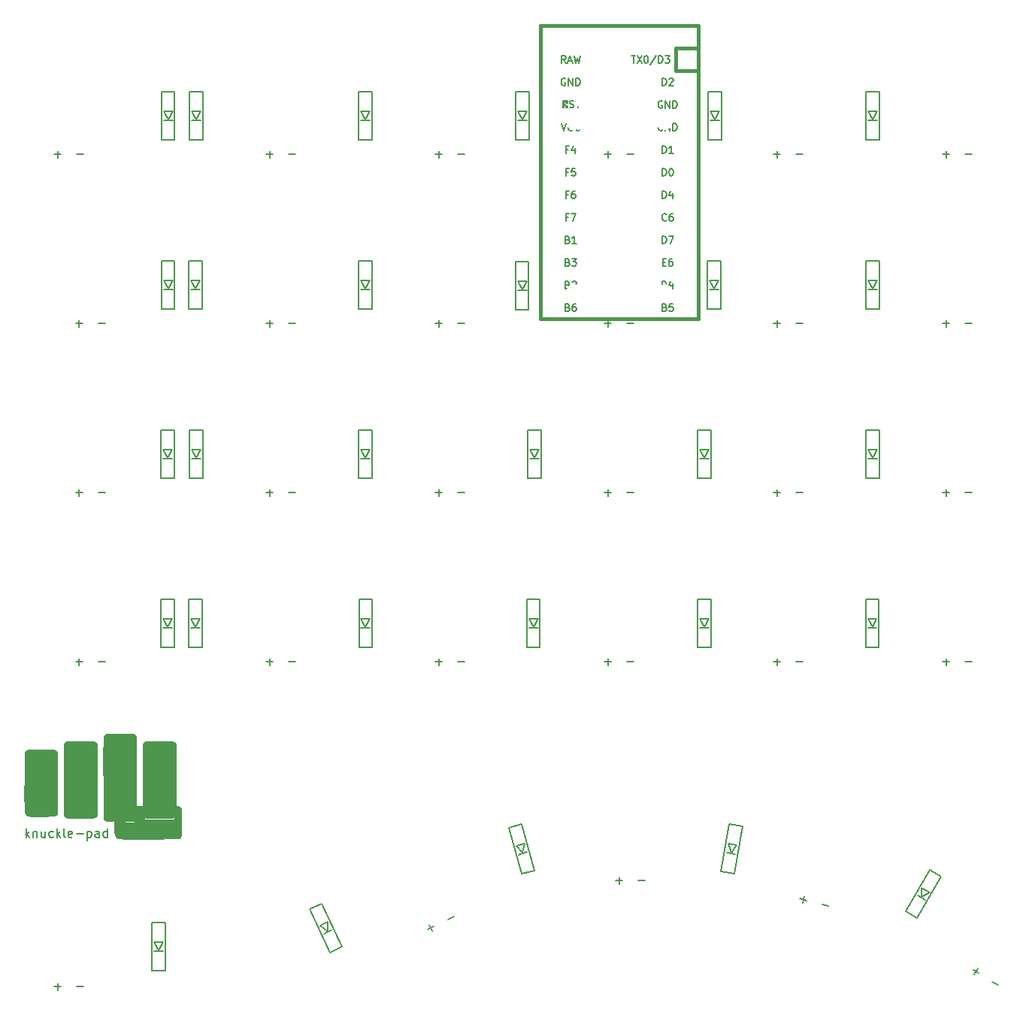
<source format=gto>
%TF.GenerationSoftware,KiCad,Pcbnew,5.1.10-88a1d61d58~90~ubuntu20.04.1*%
%TF.CreationDate,2021-08-22T16:14:45+02:00*%
%TF.ProjectId,knuckle-pad,6b6e7563-6b6c-4652-9d70-61642e6b6963,rev?*%
%TF.SameCoordinates,Original*%
%TF.FileFunction,Legend,Top*%
%TF.FilePolarity,Positive*%
%FSLAX46Y46*%
G04 Gerber Fmt 4.6, Leading zero omitted, Abs format (unit mm)*
G04 Created by KiCad (PCBNEW 5.1.10-88a1d61d58~90~ubuntu20.04.1) date 2021-08-22 16:14:45*
%MOMM*%
%LPD*%
G01*
G04 APERTURE LIST*
%ADD10C,0.150000*%
%ADD11C,0.010000*%
%ADD12C,0.381000*%
%ADD13C,4.000000*%
%ADD14C,1.752600*%
%ADD15R,1.752600X1.752600*%
%ADD16C,1.750000*%
%ADD17C,3.987800*%
%ADD18R,1.905000X1.905000*%
%ADD19C,1.905000*%
%ADD20C,2.250000*%
%ADD21C,2.000000*%
%ADD22C,0.100000*%
%ADD23C,1.397000*%
%ADD24R,0.950000X1.300000*%
%ADD25R,1.397000X1.397000*%
G04 APERTURE END LIST*
D10*
X86106571Y-123896380D02*
X86106571Y-122896380D01*
X86201809Y-123515428D02*
X86487523Y-123896380D01*
X86487523Y-123229714D02*
X86106571Y-123610666D01*
X86916095Y-123229714D02*
X86916095Y-123896380D01*
X86916095Y-123324952D02*
X86963714Y-123277333D01*
X87058952Y-123229714D01*
X87201809Y-123229714D01*
X87297047Y-123277333D01*
X87344666Y-123372571D01*
X87344666Y-123896380D01*
X88249428Y-123229714D02*
X88249428Y-123896380D01*
X87820857Y-123229714D02*
X87820857Y-123753523D01*
X87868476Y-123848761D01*
X87963714Y-123896380D01*
X88106571Y-123896380D01*
X88201809Y-123848761D01*
X88249428Y-123801142D01*
X89154190Y-123848761D02*
X89058952Y-123896380D01*
X88868476Y-123896380D01*
X88773238Y-123848761D01*
X88725619Y-123801142D01*
X88678000Y-123705904D01*
X88678000Y-123420190D01*
X88725619Y-123324952D01*
X88773238Y-123277333D01*
X88868476Y-123229714D01*
X89058952Y-123229714D01*
X89154190Y-123277333D01*
X89582761Y-123896380D02*
X89582761Y-122896380D01*
X89678000Y-123515428D02*
X89963714Y-123896380D01*
X89963714Y-123229714D02*
X89582761Y-123610666D01*
X90535142Y-123896380D02*
X90439904Y-123848761D01*
X90392285Y-123753523D01*
X90392285Y-122896380D01*
X91297047Y-123848761D02*
X91201809Y-123896380D01*
X91011333Y-123896380D01*
X90916095Y-123848761D01*
X90868476Y-123753523D01*
X90868476Y-123372571D01*
X90916095Y-123277333D01*
X91011333Y-123229714D01*
X91201809Y-123229714D01*
X91297047Y-123277333D01*
X91344666Y-123372571D01*
X91344666Y-123467809D01*
X90868476Y-123563047D01*
X91773238Y-123515428D02*
X92535142Y-123515428D01*
X93011333Y-123229714D02*
X93011333Y-124229714D01*
X93011333Y-123277333D02*
X93106571Y-123229714D01*
X93297047Y-123229714D01*
X93392285Y-123277333D01*
X93439904Y-123324952D01*
X93487523Y-123420190D01*
X93487523Y-123705904D01*
X93439904Y-123801142D01*
X93392285Y-123848761D01*
X93297047Y-123896380D01*
X93106571Y-123896380D01*
X93011333Y-123848761D01*
X94344666Y-123896380D02*
X94344666Y-123372571D01*
X94297047Y-123277333D01*
X94201809Y-123229714D01*
X94011333Y-123229714D01*
X93916095Y-123277333D01*
X94344666Y-123848761D02*
X94249428Y-123896380D01*
X94011333Y-123896380D01*
X93916095Y-123848761D01*
X93868476Y-123753523D01*
X93868476Y-123658285D01*
X93916095Y-123563047D01*
X94011333Y-123515428D01*
X94249428Y-123515428D01*
X94344666Y-123467809D01*
X95249428Y-123896380D02*
X95249428Y-122896380D01*
X95249428Y-123848761D02*
X95154190Y-123896380D01*
X94963714Y-123896380D01*
X94868476Y-123848761D01*
X94820857Y-123801142D01*
X94773238Y-123705904D01*
X94773238Y-123420190D01*
X94820857Y-123324952D01*
X94868476Y-123277333D01*
X94963714Y-123229714D01*
X95154190Y-123229714D01*
X95249428Y-123277333D01*
D11*
%TO.C,G\u002A\u002A\u002A*%
G36*
X88272154Y-114014565D02*
G01*
X88644798Y-114016434D01*
X88922922Y-114021241D01*
X89122766Y-114030370D01*
X89260569Y-114045205D01*
X89352572Y-114067132D01*
X89415013Y-114097533D01*
X89464133Y-114137793D01*
X89485611Y-114158888D01*
X89630250Y-114303527D01*
X89630250Y-121217972D01*
X89485733Y-121362611D01*
X89435548Y-121408728D01*
X89377864Y-121444064D01*
X89295931Y-121470289D01*
X89172998Y-121489070D01*
X88992311Y-121502078D01*
X88737120Y-121510981D01*
X88390673Y-121517447D01*
X87936219Y-121523147D01*
X87866483Y-121523939D01*
X87349185Y-121527762D01*
X86946004Y-121525795D01*
X86644166Y-121517532D01*
X86430899Y-121502466D01*
X86293429Y-121480090D01*
X86234251Y-121459188D01*
X86166303Y-121422631D01*
X86108781Y-121382128D01*
X86060870Y-121327512D01*
X86021756Y-121248616D01*
X85990623Y-121135275D01*
X85966655Y-120977321D01*
X85949037Y-120764589D01*
X85936954Y-120486912D01*
X85929591Y-120134123D01*
X85926132Y-119696057D01*
X85925762Y-119162547D01*
X85927666Y-118523426D01*
X85931028Y-117768529D01*
X85931428Y-117683102D01*
X85947250Y-114303454D01*
X86091888Y-114158852D01*
X86140294Y-114113848D01*
X86194918Y-114079307D01*
X86272000Y-114053845D01*
X86387780Y-114036079D01*
X86558499Y-114024623D01*
X86800396Y-114018095D01*
X87129711Y-114015110D01*
X87562685Y-114014285D01*
X87788750Y-114014250D01*
X88272154Y-114014565D01*
G37*
X88272154Y-114014565D02*
X88644798Y-114016434D01*
X88922922Y-114021241D01*
X89122766Y-114030370D01*
X89260569Y-114045205D01*
X89352572Y-114067132D01*
X89415013Y-114097533D01*
X89464133Y-114137793D01*
X89485611Y-114158888D01*
X89630250Y-114303527D01*
X89630250Y-121217972D01*
X89485733Y-121362611D01*
X89435548Y-121408728D01*
X89377864Y-121444064D01*
X89295931Y-121470289D01*
X89172998Y-121489070D01*
X88992311Y-121502078D01*
X88737120Y-121510981D01*
X88390673Y-121517447D01*
X87936219Y-121523147D01*
X87866483Y-121523939D01*
X87349185Y-121527762D01*
X86946004Y-121525795D01*
X86644166Y-121517532D01*
X86430899Y-121502466D01*
X86293429Y-121480090D01*
X86234251Y-121459188D01*
X86166303Y-121422631D01*
X86108781Y-121382128D01*
X86060870Y-121327512D01*
X86021756Y-121248616D01*
X85990623Y-121135275D01*
X85966655Y-120977321D01*
X85949037Y-120764589D01*
X85936954Y-120486912D01*
X85929591Y-120134123D01*
X85926132Y-119696057D01*
X85925762Y-119162547D01*
X85927666Y-118523426D01*
X85931028Y-117768529D01*
X85931428Y-117683102D01*
X85947250Y-114303454D01*
X86091888Y-114158852D01*
X86140294Y-114113848D01*
X86194918Y-114079307D01*
X86272000Y-114053845D01*
X86387780Y-114036079D01*
X86558499Y-114024623D01*
X86800396Y-114018095D01*
X87129711Y-114015110D01*
X87562685Y-114014285D01*
X87788750Y-114014250D01*
X88272154Y-114014565D01*
G36*
X101607154Y-113062065D02*
G01*
X101979798Y-113063934D01*
X102257922Y-113068741D01*
X102457766Y-113077870D01*
X102595569Y-113092705D01*
X102687572Y-113114632D01*
X102750013Y-113145033D01*
X102799133Y-113185293D01*
X102820611Y-113206388D01*
X102965250Y-113351027D01*
X102965250Y-121486720D01*
X102815340Y-121608110D01*
X102759919Y-121646270D01*
X102688983Y-121675515D01*
X102586179Y-121697019D01*
X102435153Y-121711954D01*
X102219553Y-121721495D01*
X101923026Y-121726815D01*
X101529219Y-121729087D01*
X101123749Y-121729500D01*
X100638300Y-121728846D01*
X100263494Y-121726105D01*
X99982979Y-121720101D01*
X99780402Y-121709662D01*
X99639411Y-121693613D01*
X99543652Y-121670783D01*
X99476773Y-121639996D01*
X99432159Y-121608110D01*
X99282250Y-121486720D01*
X99282250Y-113351027D01*
X99426888Y-113206388D01*
X99475288Y-113161373D01*
X99529895Y-113126824D01*
X99606950Y-113101356D01*
X99722692Y-113083584D01*
X99893360Y-113072126D01*
X100135196Y-113065596D01*
X100464438Y-113062611D01*
X100897326Y-113061785D01*
X101123750Y-113061750D01*
X101607154Y-113062065D01*
G37*
X101607154Y-113062065D02*
X101979798Y-113063934D01*
X102257922Y-113068741D01*
X102457766Y-113077870D01*
X102595569Y-113092705D01*
X102687572Y-113114632D01*
X102750013Y-113145033D01*
X102799133Y-113185293D01*
X102820611Y-113206388D01*
X102965250Y-113351027D01*
X102965250Y-121486720D01*
X102815340Y-121608110D01*
X102759919Y-121646270D01*
X102688983Y-121675515D01*
X102586179Y-121697019D01*
X102435153Y-121711954D01*
X102219553Y-121721495D01*
X101923026Y-121726815D01*
X101529219Y-121729087D01*
X101123749Y-121729500D01*
X100638300Y-121728846D01*
X100263494Y-121726105D01*
X99982979Y-121720101D01*
X99780402Y-121709662D01*
X99639411Y-121693613D01*
X99543652Y-121670783D01*
X99476773Y-121639996D01*
X99432159Y-121608110D01*
X99282250Y-121486720D01*
X99282250Y-113351027D01*
X99426888Y-113206388D01*
X99475288Y-113161373D01*
X99529895Y-113126824D01*
X99606950Y-113101356D01*
X99722692Y-113083584D01*
X99893360Y-113072126D01*
X100135196Y-113065596D01*
X100464438Y-113062611D01*
X100897326Y-113061785D01*
X101123750Y-113061750D01*
X101607154Y-113062065D01*
G36*
X92717154Y-113062065D02*
G01*
X93089798Y-113063934D01*
X93367922Y-113068741D01*
X93567766Y-113077870D01*
X93705569Y-113092705D01*
X93797572Y-113114632D01*
X93860013Y-113145033D01*
X93909133Y-113185293D01*
X93930611Y-113206388D01*
X94075250Y-113351027D01*
X94075250Y-121486720D01*
X93925340Y-121608110D01*
X93869919Y-121646270D01*
X93798983Y-121675515D01*
X93696179Y-121697019D01*
X93545153Y-121711954D01*
X93329553Y-121721495D01*
X93033026Y-121726815D01*
X92639219Y-121729087D01*
X92233749Y-121729500D01*
X91748300Y-121728846D01*
X91373494Y-121726105D01*
X91092979Y-121720101D01*
X90890402Y-121709662D01*
X90749411Y-121693613D01*
X90653652Y-121670783D01*
X90586773Y-121639996D01*
X90542159Y-121608110D01*
X90392250Y-121486720D01*
X90392250Y-113351027D01*
X90536888Y-113206388D01*
X90585288Y-113161373D01*
X90639895Y-113126824D01*
X90716950Y-113101356D01*
X90832692Y-113083584D01*
X91003360Y-113072126D01*
X91245196Y-113065596D01*
X91574438Y-113062611D01*
X92007326Y-113061785D01*
X92233750Y-113061750D01*
X92717154Y-113062065D01*
G37*
X92717154Y-113062065D02*
X93089798Y-113063934D01*
X93367922Y-113068741D01*
X93567766Y-113077870D01*
X93705569Y-113092705D01*
X93797572Y-113114632D01*
X93860013Y-113145033D01*
X93909133Y-113185293D01*
X93930611Y-113206388D01*
X94075250Y-113351027D01*
X94075250Y-121486720D01*
X93925340Y-121608110D01*
X93869919Y-121646270D01*
X93798983Y-121675515D01*
X93696179Y-121697019D01*
X93545153Y-121711954D01*
X93329553Y-121721495D01*
X93033026Y-121726815D01*
X92639219Y-121729087D01*
X92233749Y-121729500D01*
X91748300Y-121728846D01*
X91373494Y-121726105D01*
X91092979Y-121720101D01*
X90890402Y-121709662D01*
X90749411Y-121693613D01*
X90653652Y-121670783D01*
X90586773Y-121639996D01*
X90542159Y-121608110D01*
X90392250Y-121486720D01*
X90392250Y-113351027D01*
X90536888Y-113206388D01*
X90585288Y-113161373D01*
X90639895Y-113126824D01*
X90716950Y-113101356D01*
X90832692Y-113083584D01*
X91003360Y-113072126D01*
X91245196Y-113065596D01*
X91574438Y-113062611D01*
X92007326Y-113061785D01*
X92233750Y-113061750D01*
X92717154Y-113062065D01*
G36*
X97164848Y-112205041D02*
G01*
X97539983Y-112207463D01*
X97820188Y-112212962D01*
X98021496Y-112222732D01*
X98159943Y-112237971D01*
X98251561Y-112259874D01*
X98312386Y-112289637D01*
X98358450Y-112328455D01*
X98359884Y-112329884D01*
X98469040Y-112478503D01*
X98520683Y-112599759D01*
X98526270Y-112685810D01*
X98531094Y-112888400D01*
X98535118Y-113197073D01*
X98538301Y-113601369D01*
X98540607Y-114090832D01*
X98541994Y-114655002D01*
X98542425Y-115283423D01*
X98541861Y-115965636D01*
X98540263Y-116691184D01*
X98538174Y-117306003D01*
X98520250Y-121867757D01*
X98370340Y-121989128D01*
X98314914Y-122027283D01*
X98243962Y-122056524D01*
X98141131Y-122078024D01*
X97990070Y-122092958D01*
X97774424Y-122102497D01*
X97477842Y-122107816D01*
X97083971Y-122110088D01*
X96678749Y-122110500D01*
X96193295Y-122109846D01*
X95818484Y-122107104D01*
X95537964Y-122101099D01*
X95335383Y-122090658D01*
X95194388Y-122074609D01*
X95098626Y-122051777D01*
X95031745Y-122020990D01*
X94987159Y-121989128D01*
X94837250Y-121867757D01*
X94819325Y-117306003D01*
X94816857Y-116552923D01*
X94815455Y-115834672D01*
X94815080Y-115161707D01*
X94815693Y-114544487D01*
X94817254Y-113993469D01*
X94819726Y-113519112D01*
X94823070Y-113131874D01*
X94827246Y-112842211D01*
X94832215Y-112660584D01*
X94836816Y-112599759D01*
X94909391Y-112443373D01*
X94997615Y-112329884D01*
X95043468Y-112290751D01*
X95103560Y-112260713D01*
X95193923Y-112238573D01*
X95330593Y-112223136D01*
X95529603Y-112213206D01*
X95806986Y-112207587D01*
X96178778Y-112205084D01*
X96661012Y-112204500D01*
X96678750Y-112204500D01*
X97164848Y-112205041D01*
G37*
X97164848Y-112205041D02*
X97539983Y-112207463D01*
X97820188Y-112212962D01*
X98021496Y-112222732D01*
X98159943Y-112237971D01*
X98251561Y-112259874D01*
X98312386Y-112289637D01*
X98358450Y-112328455D01*
X98359884Y-112329884D01*
X98469040Y-112478503D01*
X98520683Y-112599759D01*
X98526270Y-112685810D01*
X98531094Y-112888400D01*
X98535118Y-113197073D01*
X98538301Y-113601369D01*
X98540607Y-114090832D01*
X98541994Y-114655002D01*
X98542425Y-115283423D01*
X98541861Y-115965636D01*
X98540263Y-116691184D01*
X98538174Y-117306003D01*
X98520250Y-121867757D01*
X98370340Y-121989128D01*
X98314914Y-122027283D01*
X98243962Y-122056524D01*
X98141131Y-122078024D01*
X97990070Y-122092958D01*
X97774424Y-122102497D01*
X97477842Y-122107816D01*
X97083971Y-122110088D01*
X96678749Y-122110500D01*
X96193295Y-122109846D01*
X95818484Y-122107104D01*
X95537964Y-122101099D01*
X95335383Y-122090658D01*
X95194388Y-122074609D01*
X95098626Y-122051777D01*
X95031745Y-122020990D01*
X94987159Y-121989128D01*
X94837250Y-121867757D01*
X94819325Y-117306003D01*
X94816857Y-116552923D01*
X94815455Y-115834672D01*
X94815080Y-115161707D01*
X94815693Y-114544487D01*
X94817254Y-113993469D01*
X94819726Y-113519112D01*
X94823070Y-113131874D01*
X94827246Y-112842211D01*
X94832215Y-112660584D01*
X94836816Y-112599759D01*
X94909391Y-112443373D01*
X94997615Y-112329884D01*
X95043468Y-112290751D01*
X95103560Y-112260713D01*
X95193923Y-112238573D01*
X95330593Y-112223136D01*
X95529603Y-112213206D01*
X95806986Y-112207587D01*
X96178778Y-112205084D01*
X96661012Y-112204500D01*
X96678750Y-112204500D01*
X97164848Y-112205041D01*
G36*
X99187000Y-120908884D02*
G01*
X99189273Y-121184966D01*
X99201418Y-121366850D01*
X99231422Y-121487328D01*
X99287273Y-121579189D01*
X99372615Y-121670884D01*
X99558230Y-121856500D01*
X102689269Y-121856500D01*
X102874884Y-121670884D01*
X102962777Y-121576033D01*
X103017391Y-121484083D01*
X103046620Y-121362442D01*
X103058358Y-121178522D01*
X103060500Y-120904605D01*
X103061718Y-120631921D01*
X103069345Y-120463814D01*
X103089334Y-120377860D01*
X103127640Y-120351637D01*
X103190217Y-120362721D01*
X103203375Y-120366607D01*
X103360486Y-120444462D01*
X103473250Y-120531400D01*
X103512900Y-120575827D01*
X103543326Y-120633887D01*
X103565743Y-120721606D01*
X103581367Y-120855012D01*
X103591414Y-121050132D01*
X103597099Y-121322993D01*
X103599639Y-121689623D01*
X103600248Y-122166048D01*
X103600250Y-122205750D01*
X103599934Y-122689157D01*
X103598064Y-123061804D01*
X103593255Y-123339931D01*
X103584125Y-123539779D01*
X103569288Y-123677586D01*
X103547362Y-123769593D01*
X103516962Y-123832040D01*
X103476704Y-123881167D01*
X103455647Y-123902611D01*
X103311045Y-124047250D01*
X99931397Y-124063071D01*
X99148614Y-124066083D01*
X98484088Y-124067102D01*
X97929093Y-124065969D01*
X97474899Y-124062524D01*
X97112778Y-124056606D01*
X96834002Y-124048057D01*
X96629842Y-124036717D01*
X96491569Y-124022425D01*
X96410456Y-124005023D01*
X96394251Y-123998319D01*
X96263906Y-123907926D01*
X96173296Y-123778258D01*
X96116080Y-123587808D01*
X96085920Y-123315066D01*
X96076473Y-122938522D01*
X96076436Y-122920125D01*
X96075500Y-122237500D01*
X98244269Y-122237500D01*
X98429884Y-122051884D01*
X98507919Y-121969996D01*
X98560293Y-121891970D01*
X98592121Y-121791553D01*
X98608521Y-121642490D01*
X98614609Y-121418527D01*
X98615500Y-121099384D01*
X98615500Y-120332500D01*
X99187000Y-120332500D01*
X99187000Y-120908884D01*
G37*
X99187000Y-120908884D02*
X99189273Y-121184966D01*
X99201418Y-121366850D01*
X99231422Y-121487328D01*
X99287273Y-121579189D01*
X99372615Y-121670884D01*
X99558230Y-121856500D01*
X102689269Y-121856500D01*
X102874884Y-121670884D01*
X102962777Y-121576033D01*
X103017391Y-121484083D01*
X103046620Y-121362442D01*
X103058358Y-121178522D01*
X103060500Y-120904605D01*
X103061718Y-120631921D01*
X103069345Y-120463814D01*
X103089334Y-120377860D01*
X103127640Y-120351637D01*
X103190217Y-120362721D01*
X103203375Y-120366607D01*
X103360486Y-120444462D01*
X103473250Y-120531400D01*
X103512900Y-120575827D01*
X103543326Y-120633887D01*
X103565743Y-120721606D01*
X103581367Y-120855012D01*
X103591414Y-121050132D01*
X103597099Y-121322993D01*
X103599639Y-121689623D01*
X103600248Y-122166048D01*
X103600250Y-122205750D01*
X103599934Y-122689157D01*
X103598064Y-123061804D01*
X103593255Y-123339931D01*
X103584125Y-123539779D01*
X103569288Y-123677586D01*
X103547362Y-123769593D01*
X103516962Y-123832040D01*
X103476704Y-123881167D01*
X103455647Y-123902611D01*
X103311045Y-124047250D01*
X99931397Y-124063071D01*
X99148614Y-124066083D01*
X98484088Y-124067102D01*
X97929093Y-124065969D01*
X97474899Y-124062524D01*
X97112778Y-124056606D01*
X96834002Y-124048057D01*
X96629842Y-124036717D01*
X96491569Y-124022425D01*
X96410456Y-124005023D01*
X96394251Y-123998319D01*
X96263906Y-123907926D01*
X96173296Y-123778258D01*
X96116080Y-123587808D01*
X96085920Y-123315066D01*
X96076473Y-122938522D01*
X96076436Y-122920125D01*
X96075500Y-122237500D01*
X98244269Y-122237500D01*
X98429884Y-122051884D01*
X98507919Y-121969996D01*
X98560293Y-121891970D01*
X98592121Y-121791553D01*
X98608521Y-121642490D01*
X98614609Y-121418527D01*
X98615500Y-121099384D01*
X98615500Y-120332500D01*
X99187000Y-120332500D01*
X99187000Y-120908884D01*
D12*
%TO.C,U1*%
X159258000Y-35052000D02*
X161798000Y-35052000D01*
X144018000Y-32512000D02*
X161798000Y-32512000D01*
X161798000Y-32512000D02*
X161798000Y-65532000D01*
X161798000Y-65532000D02*
X144018000Y-65532000D01*
X144018000Y-65532000D02*
X144018000Y-32512000D01*
D10*
G36*
X147063365Y-40941030D02*
G01*
X147063365Y-41041030D01*
X146563365Y-41041030D01*
X146563365Y-40941030D01*
X147063365Y-40941030D01*
G37*
X147063365Y-40941030D02*
X147063365Y-41041030D01*
X146563365Y-41041030D01*
X146563365Y-40941030D01*
X147063365Y-40941030D01*
G36*
X147063365Y-40941030D02*
G01*
X147063365Y-41241030D01*
X146963365Y-41241030D01*
X146963365Y-40941030D01*
X147063365Y-40941030D01*
G37*
X147063365Y-40941030D02*
X147063365Y-41241030D01*
X146963365Y-41241030D01*
X146963365Y-40941030D01*
X147063365Y-40941030D01*
G36*
X147063365Y-41541030D02*
G01*
X147063365Y-41741030D01*
X146963365Y-41741030D01*
X146963365Y-41541030D01*
X147063365Y-41541030D01*
G37*
X147063365Y-41541030D02*
X147063365Y-41741030D01*
X146963365Y-41741030D01*
X146963365Y-41541030D01*
X147063365Y-41541030D01*
G36*
X146663365Y-40941030D02*
G01*
X146663365Y-41741030D01*
X146563365Y-41741030D01*
X146563365Y-40941030D01*
X146663365Y-40941030D01*
G37*
X146663365Y-40941030D02*
X146663365Y-41741030D01*
X146563365Y-41741030D01*
X146563365Y-40941030D01*
X146663365Y-40941030D01*
G36*
X146863365Y-41341030D02*
G01*
X146863365Y-41441030D01*
X146763365Y-41441030D01*
X146763365Y-41341030D01*
X146863365Y-41341030D01*
G37*
X146863365Y-41341030D02*
X146863365Y-41441030D01*
X146763365Y-41441030D01*
X146763365Y-41341030D01*
X146863365Y-41341030D01*
D12*
X159258000Y-35052000D02*
X159258000Y-37592000D01*
X159258000Y-37592000D02*
X161798000Y-37592000D01*
D10*
%TO.C,D29*%
X187898481Y-127588731D02*
X189197519Y-128338731D01*
X185198481Y-132265269D02*
X187898481Y-127588731D01*
X186497519Y-133015269D02*
X185198481Y-132265269D01*
X189197519Y-128338731D02*
X186497519Y-133015269D01*
X187381013Y-130985013D02*
X186514987Y-130485013D01*
X187014987Y-129618987D02*
X186998000Y-130648410D01*
X187881013Y-130118987D02*
X187014987Y-129618987D01*
X186998000Y-130648410D02*
X187881013Y-130118987D01*
%TO.C,D28*%
X180682200Y-97122000D02*
X182182200Y-97122000D01*
X180682200Y-102522000D02*
X180682200Y-97122000D01*
X182182200Y-102522000D02*
X180682200Y-102522000D01*
X182182200Y-97122000D02*
X182182200Y-102522000D01*
X181932200Y-100322000D02*
X180932200Y-100322000D01*
X180932200Y-99322000D02*
X181432200Y-100222000D01*
X181932200Y-99322000D02*
X180932200Y-99322000D01*
X181432200Y-100222000D02*
X181932200Y-99322000D01*
%TO.C,D27*%
X180733000Y-78078000D02*
X182233000Y-78078000D01*
X180733000Y-83478000D02*
X180733000Y-78078000D01*
X182233000Y-83478000D02*
X180733000Y-83478000D01*
X182233000Y-78078000D02*
X182233000Y-83478000D01*
X181983000Y-81278000D02*
X180983000Y-81278000D01*
X180983000Y-80278000D02*
X181483000Y-81178000D01*
X181983000Y-80278000D02*
X180983000Y-80278000D01*
X181483000Y-81178000D02*
X181983000Y-80278000D01*
%TO.C,D26*%
X180733000Y-59022000D02*
X182233000Y-59022000D01*
X180733000Y-64422000D02*
X180733000Y-59022000D01*
X182233000Y-64422000D02*
X180733000Y-64422000D01*
X182233000Y-59022000D02*
X182233000Y-64422000D01*
X181983000Y-62222000D02*
X180983000Y-62222000D01*
X180983000Y-61222000D02*
X181483000Y-62122000D01*
X181983000Y-61222000D02*
X180983000Y-61222000D01*
X181483000Y-62122000D02*
X181983000Y-61222000D01*
%TO.C,D25*%
X180733000Y-39972000D02*
X182233000Y-39972000D01*
X180733000Y-45372000D02*
X180733000Y-39972000D01*
X182233000Y-45372000D02*
X180733000Y-45372000D01*
X182233000Y-39972000D02*
X182233000Y-45372000D01*
X181983000Y-43172000D02*
X180983000Y-43172000D01*
X180983000Y-42172000D02*
X181483000Y-43072000D01*
X181983000Y-42172000D02*
X180983000Y-42172000D01*
X181483000Y-43072000D02*
X181983000Y-42172000D01*
%TO.C,D24*%
X165338244Y-122432783D02*
X166815456Y-122693255D01*
X164400544Y-127750745D02*
X165338244Y-122432783D01*
X165877756Y-128011217D02*
X164400544Y-127750745D01*
X166815456Y-122693255D02*
X165877756Y-128011217D01*
X166013580Y-125801228D02*
X165028772Y-125627580D01*
X165202420Y-124642772D02*
X165538541Y-125615923D01*
X166187228Y-124816420D02*
X165202420Y-124642772D01*
X165538541Y-125615923D02*
X166187228Y-124816420D01*
%TO.C,D23*%
X161759200Y-97125000D02*
X163259200Y-97125000D01*
X161759200Y-102525000D02*
X161759200Y-97125000D01*
X163259200Y-102525000D02*
X161759200Y-102525000D01*
X163259200Y-97125000D02*
X163259200Y-102525000D01*
X163009200Y-100325000D02*
X162009200Y-100325000D01*
X162009200Y-99325000D02*
X162509200Y-100225000D01*
X163009200Y-99325000D02*
X162009200Y-99325000D01*
X162509200Y-100225000D02*
X163009200Y-99325000D01*
%TO.C,D22*%
X161759200Y-78078000D02*
X163259200Y-78078000D01*
X161759200Y-83478000D02*
X161759200Y-78078000D01*
X163259200Y-83478000D02*
X161759200Y-83478000D01*
X163259200Y-78078000D02*
X163259200Y-83478000D01*
X163009200Y-81278000D02*
X162009200Y-81278000D01*
X162009200Y-80278000D02*
X162509200Y-81178000D01*
X163009200Y-80278000D02*
X162009200Y-80278000D01*
X162509200Y-81178000D02*
X163009200Y-80278000D01*
%TO.C,D21*%
X162889500Y-59022000D02*
X164389500Y-59022000D01*
X162889500Y-64422000D02*
X162889500Y-59022000D01*
X164389500Y-64422000D02*
X162889500Y-64422000D01*
X164389500Y-59022000D02*
X164389500Y-64422000D01*
X164139500Y-62222000D02*
X163139500Y-62222000D01*
X163139500Y-61222000D02*
X163639500Y-62122000D01*
X164139500Y-61222000D02*
X163139500Y-61222000D01*
X163639500Y-62122000D02*
X164139500Y-61222000D01*
%TO.C,D20*%
X162953000Y-39972000D02*
X164453000Y-39972000D01*
X162953000Y-45372000D02*
X162953000Y-39972000D01*
X164453000Y-45372000D02*
X162953000Y-45372000D01*
X164453000Y-39972000D02*
X164453000Y-45372000D01*
X164203000Y-43172000D02*
X163203000Y-43172000D01*
X163203000Y-42172000D02*
X163703000Y-43072000D01*
X164203000Y-42172000D02*
X163203000Y-42172000D01*
X163703000Y-43072000D02*
X164203000Y-42172000D01*
%TO.C,D19*%
X140514148Y-122808115D02*
X141963037Y-122419886D01*
X141911771Y-128024114D02*
X140514148Y-122808115D01*
X143360660Y-127635885D02*
X141911771Y-128024114D01*
X141963037Y-122419886D02*
X143360660Y-127635885D01*
X142549776Y-125575553D02*
X141583851Y-125834372D01*
X141325032Y-124868447D02*
X142040932Y-125608370D01*
X142290957Y-124609628D02*
X141325032Y-124868447D01*
X142040932Y-125608370D02*
X142290957Y-124609628D01*
%TO.C,D18*%
X142506000Y-97125000D02*
X144006000Y-97125000D01*
X142506000Y-102525000D02*
X142506000Y-97125000D01*
X144006000Y-102525000D02*
X142506000Y-102525000D01*
X144006000Y-97125000D02*
X144006000Y-102525000D01*
X143756000Y-100325000D02*
X142756000Y-100325000D01*
X142756000Y-99325000D02*
X143256000Y-100225000D01*
X143756000Y-99325000D02*
X142756000Y-99325000D01*
X143256000Y-100225000D02*
X143756000Y-99325000D01*
%TO.C,D17*%
X142633000Y-78078000D02*
X144133000Y-78078000D01*
X142633000Y-83478000D02*
X142633000Y-78078000D01*
X144133000Y-83478000D02*
X142633000Y-83478000D01*
X144133000Y-78078000D02*
X144133000Y-83478000D01*
X143883000Y-81278000D02*
X142883000Y-81278000D01*
X142883000Y-80278000D02*
X143383000Y-81178000D01*
X143883000Y-80278000D02*
X142883000Y-80278000D01*
X143383000Y-81178000D02*
X143883000Y-80278000D01*
%TO.C,D16*%
X141236000Y-59085500D02*
X142736000Y-59085500D01*
X141236000Y-64485500D02*
X141236000Y-59085500D01*
X142736000Y-64485500D02*
X141236000Y-64485500D01*
X142736000Y-59085500D02*
X142736000Y-64485500D01*
X142486000Y-62285500D02*
X141486000Y-62285500D01*
X141486000Y-61285500D02*
X141986000Y-62185500D01*
X142486000Y-61285500D02*
X141486000Y-61285500D01*
X141986000Y-62185500D02*
X142486000Y-61285500D01*
%TO.C,D15*%
X141286800Y-39949600D02*
X142786800Y-39949600D01*
X141286800Y-45349600D02*
X141286800Y-39949600D01*
X142786800Y-45349600D02*
X141286800Y-45349600D01*
X142786800Y-39949600D02*
X142786800Y-45349600D01*
X142536800Y-43149600D02*
X141536800Y-43149600D01*
X141536800Y-42149600D02*
X142036800Y-43049600D01*
X142536800Y-42149600D02*
X141536800Y-42149600D01*
X142036800Y-43049600D02*
X142536800Y-42149600D01*
%TO.C,D14*%
X118067200Y-131981933D02*
X119426662Y-131348005D01*
X120349338Y-136875995D02*
X118067200Y-131981933D01*
X121708800Y-136242067D02*
X120349338Y-136875995D01*
X119426662Y-131348005D02*
X121708800Y-136242067D01*
X120552463Y-134353845D02*
X119646155Y-134776463D01*
X119223537Y-133870155D02*
X120057047Y-134474523D01*
X120129845Y-133447537D02*
X119223537Y-133870155D01*
X120057047Y-134474523D02*
X120129845Y-133447537D01*
%TO.C,D13*%
X123608400Y-97122000D02*
X125108400Y-97122000D01*
X123608400Y-102522000D02*
X123608400Y-97122000D01*
X125108400Y-102522000D02*
X123608400Y-102522000D01*
X125108400Y-97122000D02*
X125108400Y-102522000D01*
X124858400Y-100322000D02*
X123858400Y-100322000D01*
X123858400Y-99322000D02*
X124358400Y-100222000D01*
X124858400Y-99322000D02*
X123858400Y-99322000D01*
X124358400Y-100222000D02*
X124858400Y-99322000D01*
%TO.C,D12*%
X123583000Y-78078000D02*
X125083000Y-78078000D01*
X123583000Y-83478000D02*
X123583000Y-78078000D01*
X125083000Y-83478000D02*
X123583000Y-83478000D01*
X125083000Y-78078000D02*
X125083000Y-83478000D01*
X124833000Y-81278000D02*
X123833000Y-81278000D01*
X123833000Y-80278000D02*
X124333000Y-81178000D01*
X124833000Y-80278000D02*
X123833000Y-80278000D01*
X124333000Y-81178000D02*
X124833000Y-80278000D01*
%TO.C,D11*%
X123583000Y-59022000D02*
X125083000Y-59022000D01*
X123583000Y-64422000D02*
X123583000Y-59022000D01*
X125083000Y-64422000D02*
X123583000Y-64422000D01*
X125083000Y-59022000D02*
X125083000Y-64422000D01*
X124833000Y-62222000D02*
X123833000Y-62222000D01*
X123833000Y-61222000D02*
X124333000Y-62122000D01*
X124833000Y-61222000D02*
X123833000Y-61222000D01*
X124333000Y-62122000D02*
X124833000Y-61222000D01*
%TO.C,D10*%
X123557600Y-39972000D02*
X125057600Y-39972000D01*
X123557600Y-45372000D02*
X123557600Y-39972000D01*
X125057600Y-45372000D02*
X123557600Y-45372000D01*
X125057600Y-39972000D02*
X125057600Y-45372000D01*
X124807600Y-43172000D02*
X123807600Y-43172000D01*
X123807600Y-42172000D02*
X124307600Y-43072000D01*
X124807600Y-42172000D02*
X123807600Y-42172000D01*
X124307600Y-43072000D02*
X124807600Y-42172000D01*
%TO.C,D9*%
X104469500Y-97128000D02*
X105969500Y-97128000D01*
X104469500Y-102528000D02*
X104469500Y-97128000D01*
X105969500Y-102528000D02*
X104469500Y-102528000D01*
X105969500Y-97128000D02*
X105969500Y-102528000D01*
X105719500Y-100328000D02*
X104719500Y-100328000D01*
X104719500Y-99328000D02*
X105219500Y-100228000D01*
X105719500Y-99328000D02*
X104719500Y-99328000D01*
X105219500Y-100228000D02*
X105719500Y-99328000D01*
%TO.C,D8*%
X104533000Y-78078000D02*
X106033000Y-78078000D01*
X104533000Y-83478000D02*
X104533000Y-78078000D01*
X106033000Y-83478000D02*
X104533000Y-83478000D01*
X106033000Y-78078000D02*
X106033000Y-83478000D01*
X105783000Y-81278000D02*
X104783000Y-81278000D01*
X104783000Y-80278000D02*
X105283000Y-81178000D01*
X105783000Y-80278000D02*
X104783000Y-80278000D01*
X105283000Y-81178000D02*
X105783000Y-80278000D01*
%TO.C,D7*%
X104469500Y-59022000D02*
X105969500Y-59022000D01*
X104469500Y-64422000D02*
X104469500Y-59022000D01*
X105969500Y-64422000D02*
X104469500Y-64422000D01*
X105969500Y-59022000D02*
X105969500Y-64422000D01*
X105719500Y-62222000D02*
X104719500Y-62222000D01*
X104719500Y-61222000D02*
X105219500Y-62122000D01*
X105719500Y-61222000D02*
X104719500Y-61222000D01*
X105219500Y-62122000D02*
X105719500Y-61222000D01*
%TO.C,D6*%
X104507600Y-39972000D02*
X106007600Y-39972000D01*
X104507600Y-45372000D02*
X104507600Y-39972000D01*
X106007600Y-45372000D02*
X104507600Y-45372000D01*
X106007600Y-39972000D02*
X106007600Y-45372000D01*
X105757600Y-43172000D02*
X104757600Y-43172000D01*
X104757600Y-42172000D02*
X105257600Y-43072000D01*
X105757600Y-42172000D02*
X104757600Y-42172000D01*
X105257600Y-43072000D02*
X105757600Y-42172000D01*
%TO.C,D5*%
X100278500Y-133507500D02*
X101778500Y-133507500D01*
X100278500Y-138907500D02*
X100278500Y-133507500D01*
X101778500Y-138907500D02*
X100278500Y-138907500D01*
X101778500Y-133507500D02*
X101778500Y-138907500D01*
X101528500Y-136707500D02*
X100528500Y-136707500D01*
X100528500Y-135707500D02*
X101028500Y-136607500D01*
X101528500Y-135707500D02*
X100528500Y-135707500D01*
X101028500Y-136607500D02*
X101528500Y-135707500D01*
%TO.C,D4*%
X101281800Y-97122000D02*
X102781800Y-97122000D01*
X101281800Y-102522000D02*
X101281800Y-97122000D01*
X102781800Y-102522000D02*
X101281800Y-102522000D01*
X102781800Y-97122000D02*
X102781800Y-102522000D01*
X102531800Y-100322000D02*
X101531800Y-100322000D01*
X101531800Y-99322000D02*
X102031800Y-100222000D01*
X102531800Y-99322000D02*
X101531800Y-99322000D01*
X102031800Y-100222000D02*
X102531800Y-99322000D01*
%TO.C,D3*%
X101332600Y-78072000D02*
X102832600Y-78072000D01*
X101332600Y-83472000D02*
X101332600Y-78072000D01*
X102832600Y-83472000D02*
X101332600Y-83472000D01*
X102832600Y-78072000D02*
X102832600Y-83472000D01*
X102582600Y-81272000D02*
X101582600Y-81272000D01*
X101582600Y-80272000D02*
X102082600Y-81172000D01*
X102582600Y-80272000D02*
X101582600Y-80272000D01*
X102082600Y-81172000D02*
X102582600Y-80272000D01*
%TO.C,D2*%
X101358000Y-59022000D02*
X102858000Y-59022000D01*
X101358000Y-64422000D02*
X101358000Y-59022000D01*
X102858000Y-64422000D02*
X101358000Y-64422000D01*
X102858000Y-59022000D02*
X102858000Y-64422000D01*
X102608000Y-62222000D02*
X101608000Y-62222000D01*
X101608000Y-61222000D02*
X102108000Y-62122000D01*
X102608000Y-61222000D02*
X101608000Y-61222000D01*
X102108000Y-62122000D02*
X102608000Y-61222000D01*
%TO.C,D1*%
X102108000Y-43072000D02*
X102608000Y-42172000D01*
X102608000Y-42172000D02*
X101608000Y-42172000D01*
X101608000Y-42172000D02*
X102108000Y-43072000D01*
X102608000Y-43172000D02*
X101608000Y-43172000D01*
X102858000Y-39972000D02*
X102858000Y-45372000D01*
X102858000Y-45372000D02*
X101358000Y-45372000D01*
X101358000Y-45372000D02*
X101358000Y-39972000D01*
X101358000Y-39972000D02*
X102858000Y-39972000D01*
%TO.C,U1*%
X147334666Y-41705809D02*
X147448952Y-41743904D01*
X147639428Y-41743904D01*
X147715619Y-41705809D01*
X147753714Y-41667714D01*
X147791809Y-41591523D01*
X147791809Y-41515333D01*
X147753714Y-41439142D01*
X147715619Y-41401047D01*
X147639428Y-41362952D01*
X147487047Y-41324857D01*
X147410857Y-41286761D01*
X147372761Y-41248666D01*
X147334666Y-41172476D01*
X147334666Y-41096285D01*
X147372761Y-41020095D01*
X147410857Y-40982000D01*
X147487047Y-40943904D01*
X147677523Y-40943904D01*
X147791809Y-40982000D01*
X148020380Y-40943904D02*
X148477523Y-40943904D01*
X148248952Y-41743904D02*
X148248952Y-40943904D01*
X154289395Y-35883904D02*
X154746538Y-35883904D01*
X154517967Y-36683904D02*
X154517967Y-35883904D01*
X154937014Y-35883904D02*
X155470348Y-36683904D01*
X155470348Y-35883904D02*
X154937014Y-36683904D01*
X155927491Y-35883904D02*
X156003681Y-35883904D01*
X156079872Y-35922000D01*
X156117967Y-35960095D01*
X156156062Y-36036285D01*
X156194157Y-36188666D01*
X156194157Y-36379142D01*
X156156062Y-36531523D01*
X156117967Y-36607714D01*
X156079872Y-36645809D01*
X156003681Y-36683904D01*
X155927491Y-36683904D01*
X155851300Y-36645809D01*
X155813205Y-36607714D01*
X155775110Y-36531523D01*
X155737014Y-36379142D01*
X155737014Y-36188666D01*
X155775110Y-36036285D01*
X155813205Y-35960095D01*
X155851300Y-35922000D01*
X155927491Y-35883904D01*
X157108443Y-35845809D02*
X156422729Y-36874380D01*
X157375110Y-36683904D02*
X157375110Y-35883904D01*
X157565586Y-35883904D01*
X157679872Y-35922000D01*
X157756062Y-35998190D01*
X157794157Y-36074380D01*
X157832252Y-36226761D01*
X157832252Y-36341047D01*
X157794157Y-36493428D01*
X157756062Y-36569619D01*
X157679872Y-36645809D01*
X157565586Y-36683904D01*
X157375110Y-36683904D01*
X158098919Y-35883904D02*
X158594157Y-35883904D01*
X158327491Y-36188666D01*
X158441776Y-36188666D01*
X158517967Y-36226761D01*
X158556062Y-36264857D01*
X158594157Y-36341047D01*
X158594157Y-36531523D01*
X158556062Y-36607714D01*
X158517967Y-36645809D01*
X158441776Y-36683904D01*
X158213205Y-36683904D01*
X158137014Y-36645809D01*
X158098919Y-36607714D01*
X147123190Y-61664857D02*
X147237476Y-61702952D01*
X147275571Y-61741047D01*
X147313666Y-61817238D01*
X147313666Y-61931523D01*
X147275571Y-62007714D01*
X147237476Y-62045809D01*
X147161285Y-62083904D01*
X146856523Y-62083904D01*
X146856523Y-61283904D01*
X147123190Y-61283904D01*
X147199380Y-61322000D01*
X147237476Y-61360095D01*
X147275571Y-61436285D01*
X147275571Y-61512476D01*
X147237476Y-61588666D01*
X147199380Y-61626761D01*
X147123190Y-61664857D01*
X146856523Y-61664857D01*
X147618428Y-61360095D02*
X147656523Y-61322000D01*
X147732714Y-61283904D01*
X147923190Y-61283904D01*
X147999380Y-61322000D01*
X148037476Y-61360095D01*
X148075571Y-61436285D01*
X148075571Y-61512476D01*
X148037476Y-61626761D01*
X147580333Y-62083904D01*
X148075571Y-62083904D01*
X147180333Y-54044857D02*
X146913666Y-54044857D01*
X146913666Y-54463904D02*
X146913666Y-53663904D01*
X147294619Y-53663904D01*
X147523190Y-53663904D02*
X148056523Y-53663904D01*
X147713666Y-54463904D01*
X147180333Y-51504857D02*
X146913666Y-51504857D01*
X146913666Y-51923904D02*
X146913666Y-51123904D01*
X147294619Y-51123904D01*
X147942238Y-51123904D02*
X147789857Y-51123904D01*
X147713666Y-51162000D01*
X147675571Y-51200095D01*
X147599380Y-51314380D01*
X147561285Y-51466761D01*
X147561285Y-51771523D01*
X147599380Y-51847714D01*
X147637476Y-51885809D01*
X147713666Y-51923904D01*
X147866047Y-51923904D01*
X147942238Y-51885809D01*
X147980333Y-51847714D01*
X148018428Y-51771523D01*
X148018428Y-51581047D01*
X147980333Y-51504857D01*
X147942238Y-51466761D01*
X147866047Y-51428666D01*
X147713666Y-51428666D01*
X147637476Y-51466761D01*
X147599380Y-51504857D01*
X147561285Y-51581047D01*
X147180333Y-48964857D02*
X146913666Y-48964857D01*
X146913666Y-49383904D02*
X146913666Y-48583904D01*
X147294619Y-48583904D01*
X147980333Y-48583904D02*
X147599380Y-48583904D01*
X147561285Y-48964857D01*
X147599380Y-48926761D01*
X147675571Y-48888666D01*
X147866047Y-48888666D01*
X147942238Y-48926761D01*
X147980333Y-48964857D01*
X148018428Y-49041047D01*
X148018428Y-49231523D01*
X147980333Y-49307714D01*
X147942238Y-49345809D01*
X147866047Y-49383904D01*
X147675571Y-49383904D01*
X147599380Y-49345809D01*
X147561285Y-49307714D01*
X146894619Y-36683904D02*
X146627952Y-36302952D01*
X146437476Y-36683904D02*
X146437476Y-35883904D01*
X146742238Y-35883904D01*
X146818428Y-35922000D01*
X146856523Y-35960095D01*
X146894619Y-36036285D01*
X146894619Y-36150571D01*
X146856523Y-36226761D01*
X146818428Y-36264857D01*
X146742238Y-36302952D01*
X146437476Y-36302952D01*
X147199380Y-36455333D02*
X147580333Y-36455333D01*
X147123190Y-36683904D02*
X147389857Y-35883904D01*
X147656523Y-36683904D01*
X147847000Y-35883904D02*
X148037476Y-36683904D01*
X148189857Y-36112476D01*
X148342238Y-36683904D01*
X148532714Y-35883904D01*
X146837476Y-38462000D02*
X146761285Y-38423904D01*
X146647000Y-38423904D01*
X146532714Y-38462000D01*
X146456523Y-38538190D01*
X146418428Y-38614380D01*
X146380333Y-38766761D01*
X146380333Y-38881047D01*
X146418428Y-39033428D01*
X146456523Y-39109619D01*
X146532714Y-39185809D01*
X146647000Y-39223904D01*
X146723190Y-39223904D01*
X146837476Y-39185809D01*
X146875571Y-39147714D01*
X146875571Y-38881047D01*
X146723190Y-38881047D01*
X147218428Y-39223904D02*
X147218428Y-38423904D01*
X147675571Y-39223904D01*
X147675571Y-38423904D01*
X148056523Y-39223904D02*
X148056523Y-38423904D01*
X148247000Y-38423904D01*
X148361285Y-38462000D01*
X148437476Y-38538190D01*
X148475571Y-38614380D01*
X148513666Y-38766761D01*
X148513666Y-38881047D01*
X148475571Y-39033428D01*
X148437476Y-39109619D01*
X148361285Y-39185809D01*
X148247000Y-39223904D01*
X148056523Y-39223904D01*
X146380333Y-43503904D02*
X146647000Y-44303904D01*
X146913666Y-43503904D01*
X147637476Y-44227714D02*
X147599380Y-44265809D01*
X147485095Y-44303904D01*
X147408904Y-44303904D01*
X147294619Y-44265809D01*
X147218428Y-44189619D01*
X147180333Y-44113428D01*
X147142238Y-43961047D01*
X147142238Y-43846761D01*
X147180333Y-43694380D01*
X147218428Y-43618190D01*
X147294619Y-43542000D01*
X147408904Y-43503904D01*
X147485095Y-43503904D01*
X147599380Y-43542000D01*
X147637476Y-43580095D01*
X148437476Y-44227714D02*
X148399380Y-44265809D01*
X148285095Y-44303904D01*
X148208904Y-44303904D01*
X148094619Y-44265809D01*
X148018428Y-44189619D01*
X147980333Y-44113428D01*
X147942238Y-43961047D01*
X147942238Y-43846761D01*
X147980333Y-43694380D01*
X148018428Y-43618190D01*
X148094619Y-43542000D01*
X148208904Y-43503904D01*
X148285095Y-43503904D01*
X148399380Y-43542000D01*
X148437476Y-43580095D01*
X147180333Y-46424857D02*
X146913666Y-46424857D01*
X146913666Y-46843904D02*
X146913666Y-46043904D01*
X147294619Y-46043904D01*
X147942238Y-46310571D02*
X147942238Y-46843904D01*
X147751761Y-46005809D02*
X147561285Y-46577238D01*
X148056523Y-46577238D01*
X147123190Y-56584857D02*
X147237476Y-56622952D01*
X147275571Y-56661047D01*
X147313666Y-56737238D01*
X147313666Y-56851523D01*
X147275571Y-56927714D01*
X147237476Y-56965809D01*
X147161285Y-57003904D01*
X146856523Y-57003904D01*
X146856523Y-56203904D01*
X147123190Y-56203904D01*
X147199380Y-56242000D01*
X147237476Y-56280095D01*
X147275571Y-56356285D01*
X147275571Y-56432476D01*
X147237476Y-56508666D01*
X147199380Y-56546761D01*
X147123190Y-56584857D01*
X146856523Y-56584857D01*
X148075571Y-57003904D02*
X147618428Y-57003904D01*
X147847000Y-57003904D02*
X147847000Y-56203904D01*
X147770809Y-56318190D01*
X147694619Y-56394380D01*
X147618428Y-56432476D01*
X147123190Y-59124857D02*
X147237476Y-59162952D01*
X147275571Y-59201047D01*
X147313666Y-59277238D01*
X147313666Y-59391523D01*
X147275571Y-59467714D01*
X147237476Y-59505809D01*
X147161285Y-59543904D01*
X146856523Y-59543904D01*
X146856523Y-58743904D01*
X147123190Y-58743904D01*
X147199380Y-58782000D01*
X147237476Y-58820095D01*
X147275571Y-58896285D01*
X147275571Y-58972476D01*
X147237476Y-59048666D01*
X147199380Y-59086761D01*
X147123190Y-59124857D01*
X146856523Y-59124857D01*
X147580333Y-58743904D02*
X148075571Y-58743904D01*
X147808904Y-59048666D01*
X147923190Y-59048666D01*
X147999380Y-59086761D01*
X148037476Y-59124857D01*
X148075571Y-59201047D01*
X148075571Y-59391523D01*
X148037476Y-59467714D01*
X147999380Y-59505809D01*
X147923190Y-59543904D01*
X147694619Y-59543904D01*
X147618428Y-59505809D01*
X147580333Y-59467714D01*
X147123190Y-64204857D02*
X147237476Y-64242952D01*
X147275571Y-64281047D01*
X147313666Y-64357238D01*
X147313666Y-64471523D01*
X147275571Y-64547714D01*
X147237476Y-64585809D01*
X147161285Y-64623904D01*
X146856523Y-64623904D01*
X146856523Y-63823904D01*
X147123190Y-63823904D01*
X147199380Y-63862000D01*
X147237476Y-63900095D01*
X147275571Y-63976285D01*
X147275571Y-64052476D01*
X147237476Y-64128666D01*
X147199380Y-64166761D01*
X147123190Y-64204857D01*
X146856523Y-64204857D01*
X147999380Y-63823904D02*
X147847000Y-63823904D01*
X147770809Y-63862000D01*
X147732714Y-63900095D01*
X147656523Y-64014380D01*
X147618428Y-64166761D01*
X147618428Y-64471523D01*
X147656523Y-64547714D01*
X147694619Y-64585809D01*
X147770809Y-64623904D01*
X147923190Y-64623904D01*
X147999380Y-64585809D01*
X148037476Y-64547714D01*
X148075571Y-64471523D01*
X148075571Y-64281047D01*
X148037476Y-64204857D01*
X147999380Y-64166761D01*
X147923190Y-64128666D01*
X147770809Y-64128666D01*
X147694619Y-64166761D01*
X147656523Y-64204857D01*
X147618428Y-64281047D01*
X158045190Y-64204857D02*
X158159476Y-64242952D01*
X158197571Y-64281047D01*
X158235666Y-64357238D01*
X158235666Y-64471523D01*
X158197571Y-64547714D01*
X158159476Y-64585809D01*
X158083285Y-64623904D01*
X157778523Y-64623904D01*
X157778523Y-63823904D01*
X158045190Y-63823904D01*
X158121380Y-63862000D01*
X158159476Y-63900095D01*
X158197571Y-63976285D01*
X158197571Y-64052476D01*
X158159476Y-64128666D01*
X158121380Y-64166761D01*
X158045190Y-64204857D01*
X157778523Y-64204857D01*
X158959476Y-63823904D02*
X158578523Y-63823904D01*
X158540428Y-64204857D01*
X158578523Y-64166761D01*
X158654714Y-64128666D01*
X158845190Y-64128666D01*
X158921380Y-64166761D01*
X158959476Y-64204857D01*
X158997571Y-64281047D01*
X158997571Y-64471523D01*
X158959476Y-64547714D01*
X158921380Y-64585809D01*
X158845190Y-64623904D01*
X158654714Y-64623904D01*
X158578523Y-64585809D01*
X158540428Y-64547714D01*
X158045190Y-61664857D02*
X158159476Y-61702952D01*
X158197571Y-61741047D01*
X158235666Y-61817238D01*
X158235666Y-61931523D01*
X158197571Y-62007714D01*
X158159476Y-62045809D01*
X158083285Y-62083904D01*
X157778523Y-62083904D01*
X157778523Y-61283904D01*
X158045190Y-61283904D01*
X158121380Y-61322000D01*
X158159476Y-61360095D01*
X158197571Y-61436285D01*
X158197571Y-61512476D01*
X158159476Y-61588666D01*
X158121380Y-61626761D01*
X158045190Y-61664857D01*
X157778523Y-61664857D01*
X158921380Y-61550571D02*
X158921380Y-62083904D01*
X158730904Y-61245809D02*
X158540428Y-61817238D01*
X159035666Y-61817238D01*
X157816619Y-59124857D02*
X158083285Y-59124857D01*
X158197571Y-59543904D02*
X157816619Y-59543904D01*
X157816619Y-58743904D01*
X158197571Y-58743904D01*
X158883285Y-58743904D02*
X158730904Y-58743904D01*
X158654714Y-58782000D01*
X158616619Y-58820095D01*
X158540428Y-58934380D01*
X158502333Y-59086761D01*
X158502333Y-59391523D01*
X158540428Y-59467714D01*
X158578523Y-59505809D01*
X158654714Y-59543904D01*
X158807095Y-59543904D01*
X158883285Y-59505809D01*
X158921380Y-59467714D01*
X158959476Y-59391523D01*
X158959476Y-59201047D01*
X158921380Y-59124857D01*
X158883285Y-59086761D01*
X158807095Y-59048666D01*
X158654714Y-59048666D01*
X158578523Y-59086761D01*
X158540428Y-59124857D01*
X158502333Y-59201047D01*
X157778523Y-57003904D02*
X157778523Y-56203904D01*
X157969000Y-56203904D01*
X158083285Y-56242000D01*
X158159476Y-56318190D01*
X158197571Y-56394380D01*
X158235666Y-56546761D01*
X158235666Y-56661047D01*
X158197571Y-56813428D01*
X158159476Y-56889619D01*
X158083285Y-56965809D01*
X157969000Y-57003904D01*
X157778523Y-57003904D01*
X158502333Y-56203904D02*
X159035666Y-56203904D01*
X158692809Y-57003904D01*
X158235666Y-54387714D02*
X158197571Y-54425809D01*
X158083285Y-54463904D01*
X158007095Y-54463904D01*
X157892809Y-54425809D01*
X157816619Y-54349619D01*
X157778523Y-54273428D01*
X157740428Y-54121047D01*
X157740428Y-54006761D01*
X157778523Y-53854380D01*
X157816619Y-53778190D01*
X157892809Y-53702000D01*
X158007095Y-53663904D01*
X158083285Y-53663904D01*
X158197571Y-53702000D01*
X158235666Y-53740095D01*
X158921380Y-53663904D02*
X158769000Y-53663904D01*
X158692809Y-53702000D01*
X158654714Y-53740095D01*
X158578523Y-53854380D01*
X158540428Y-54006761D01*
X158540428Y-54311523D01*
X158578523Y-54387714D01*
X158616619Y-54425809D01*
X158692809Y-54463904D01*
X158845190Y-54463904D01*
X158921380Y-54425809D01*
X158959476Y-54387714D01*
X158997571Y-54311523D01*
X158997571Y-54121047D01*
X158959476Y-54044857D01*
X158921380Y-54006761D01*
X158845190Y-53968666D01*
X158692809Y-53968666D01*
X158616619Y-54006761D01*
X158578523Y-54044857D01*
X158540428Y-54121047D01*
X157778523Y-51923904D02*
X157778523Y-51123904D01*
X157969000Y-51123904D01*
X158083285Y-51162000D01*
X158159476Y-51238190D01*
X158197571Y-51314380D01*
X158235666Y-51466761D01*
X158235666Y-51581047D01*
X158197571Y-51733428D01*
X158159476Y-51809619D01*
X158083285Y-51885809D01*
X157969000Y-51923904D01*
X157778523Y-51923904D01*
X158921380Y-51390571D02*
X158921380Y-51923904D01*
X158730904Y-51085809D02*
X158540428Y-51657238D01*
X159035666Y-51657238D01*
X157759476Y-41002000D02*
X157683285Y-40963904D01*
X157569000Y-40963904D01*
X157454714Y-41002000D01*
X157378523Y-41078190D01*
X157340428Y-41154380D01*
X157302333Y-41306761D01*
X157302333Y-41421047D01*
X157340428Y-41573428D01*
X157378523Y-41649619D01*
X157454714Y-41725809D01*
X157569000Y-41763904D01*
X157645190Y-41763904D01*
X157759476Y-41725809D01*
X157797571Y-41687714D01*
X157797571Y-41421047D01*
X157645190Y-41421047D01*
X158140428Y-41763904D02*
X158140428Y-40963904D01*
X158597571Y-41763904D01*
X158597571Y-40963904D01*
X158978523Y-41763904D02*
X158978523Y-40963904D01*
X159169000Y-40963904D01*
X159283285Y-41002000D01*
X159359476Y-41078190D01*
X159397571Y-41154380D01*
X159435666Y-41306761D01*
X159435666Y-41421047D01*
X159397571Y-41573428D01*
X159359476Y-41649619D01*
X159283285Y-41725809D01*
X159169000Y-41763904D01*
X158978523Y-41763904D01*
X157759476Y-43542000D02*
X157683285Y-43503904D01*
X157569000Y-43503904D01*
X157454714Y-43542000D01*
X157378523Y-43618190D01*
X157340428Y-43694380D01*
X157302333Y-43846761D01*
X157302333Y-43961047D01*
X157340428Y-44113428D01*
X157378523Y-44189619D01*
X157454714Y-44265809D01*
X157569000Y-44303904D01*
X157645190Y-44303904D01*
X157759476Y-44265809D01*
X157797571Y-44227714D01*
X157797571Y-43961047D01*
X157645190Y-43961047D01*
X158140428Y-44303904D02*
X158140428Y-43503904D01*
X158597571Y-44303904D01*
X158597571Y-43503904D01*
X158978523Y-44303904D02*
X158978523Y-43503904D01*
X159169000Y-43503904D01*
X159283285Y-43542000D01*
X159359476Y-43618190D01*
X159397571Y-43694380D01*
X159435666Y-43846761D01*
X159435666Y-43961047D01*
X159397571Y-44113428D01*
X159359476Y-44189619D01*
X159283285Y-44265809D01*
X159169000Y-44303904D01*
X158978523Y-44303904D01*
X157778523Y-46843904D02*
X157778523Y-46043904D01*
X157969000Y-46043904D01*
X158083285Y-46082000D01*
X158159476Y-46158190D01*
X158197571Y-46234380D01*
X158235666Y-46386761D01*
X158235666Y-46501047D01*
X158197571Y-46653428D01*
X158159476Y-46729619D01*
X158083285Y-46805809D01*
X157969000Y-46843904D01*
X157778523Y-46843904D01*
X158997571Y-46843904D02*
X158540428Y-46843904D01*
X158769000Y-46843904D02*
X158769000Y-46043904D01*
X158692809Y-46158190D01*
X158616619Y-46234380D01*
X158540428Y-46272476D01*
X157778523Y-49383904D02*
X157778523Y-48583904D01*
X157969000Y-48583904D01*
X158083285Y-48622000D01*
X158159476Y-48698190D01*
X158197571Y-48774380D01*
X158235666Y-48926761D01*
X158235666Y-49041047D01*
X158197571Y-49193428D01*
X158159476Y-49269619D01*
X158083285Y-49345809D01*
X157969000Y-49383904D01*
X157778523Y-49383904D01*
X158730904Y-48583904D02*
X158807095Y-48583904D01*
X158883285Y-48622000D01*
X158921380Y-48660095D01*
X158959476Y-48736285D01*
X158997571Y-48888666D01*
X158997571Y-49079142D01*
X158959476Y-49231523D01*
X158921380Y-49307714D01*
X158883285Y-49345809D01*
X158807095Y-49383904D01*
X158730904Y-49383904D01*
X158654714Y-49345809D01*
X158616619Y-49307714D01*
X158578523Y-49231523D01*
X158540428Y-49079142D01*
X158540428Y-48888666D01*
X158578523Y-48736285D01*
X158616619Y-48660095D01*
X158654714Y-48622000D01*
X158730904Y-48583904D01*
X157778523Y-39223904D02*
X157778523Y-38423904D01*
X157969000Y-38423904D01*
X158083285Y-38462000D01*
X158159476Y-38538190D01*
X158197571Y-38614380D01*
X158235666Y-38766761D01*
X158235666Y-38881047D01*
X158197571Y-39033428D01*
X158159476Y-39109619D01*
X158083285Y-39185809D01*
X157969000Y-39223904D01*
X157778523Y-39223904D01*
X158540428Y-38500095D02*
X158578523Y-38462000D01*
X158654714Y-38423904D01*
X158845190Y-38423904D01*
X158921380Y-38462000D01*
X158959476Y-38500095D01*
X158997571Y-38576285D01*
X158997571Y-38652476D01*
X158959476Y-38766761D01*
X158502333Y-39223904D01*
X158997571Y-39223904D01*
%TO.C,SW1*%
X91846447Y-47005428D02*
X92608352Y-47005428D01*
X89306447Y-47005428D02*
X90068352Y-47005428D01*
X89687400Y-47386380D02*
X89687400Y-46624476D01*
%TO.C,SW29*%
X194949386Y-140151866D02*
X195595518Y-140555614D01*
X192795343Y-138805871D02*
X193441475Y-139209619D01*
X192916535Y-139330811D02*
X193320283Y-138684679D01*
%TO.C,SW28*%
X191897047Y-104155428D02*
X192658952Y-104155428D01*
X189357047Y-104155428D02*
X190118952Y-104155428D01*
X189738000Y-104536380D02*
X189738000Y-103774476D01*
%TO.C,SW27*%
X191897047Y-85105428D02*
X192658952Y-85105428D01*
X189357047Y-85105428D02*
X190118952Y-85105428D01*
X189738000Y-85486380D02*
X189738000Y-84724476D01*
%TO.C,SW26*%
X191897047Y-66055428D02*
X192658952Y-66055428D01*
X189357047Y-66055428D02*
X190118952Y-66055428D01*
X189738000Y-66436380D02*
X189738000Y-65674476D01*
%TO.C,SW25*%
X191897047Y-47005428D02*
X192658952Y-47005428D01*
X189357047Y-47005428D02*
X190118952Y-47005428D01*
X189738000Y-47386380D02*
X189738000Y-46624476D01*
%TO.C,SW24*%
X175766632Y-131442422D02*
X176505905Y-131626743D01*
X173302081Y-130827940D02*
X174041354Y-131012261D01*
X173579557Y-131289737D02*
X173763878Y-130550464D01*
%TO.C,SW23*%
X172847047Y-104155428D02*
X173608952Y-104155428D01*
X170307047Y-104155428D02*
X171068952Y-104155428D01*
X170688000Y-104536380D02*
X170688000Y-103774476D01*
%TO.C,SW22*%
X172847047Y-85105428D02*
X173608952Y-85105428D01*
X170307047Y-85105428D02*
X171068952Y-85105428D01*
X170688000Y-85486380D02*
X170688000Y-84724476D01*
%TO.C,SW21*%
X172847047Y-66055428D02*
X173608952Y-66055428D01*
X170307047Y-66055428D02*
X171068952Y-66055428D01*
X170688000Y-66436380D02*
X170688000Y-65674476D01*
%TO.C,SW20*%
X172847047Y-47005428D02*
X173608952Y-47005428D01*
X170307047Y-47005428D02*
X171068952Y-47005428D01*
X170688000Y-47386380D02*
X170688000Y-46624476D01*
%TO.C,SW19*%
X155067047Y-128793428D02*
X155828952Y-128793428D01*
X152527047Y-128793428D02*
X153288952Y-128793428D01*
X152908000Y-129174380D02*
X152908000Y-128412476D01*
%TO.C,SW18*%
X153797047Y-104155428D02*
X154558952Y-104155428D01*
X151257047Y-104155428D02*
X152018952Y-104155428D01*
X151638000Y-104536380D02*
X151638000Y-103774476D01*
%TO.C,SW17*%
X153797047Y-85105428D02*
X154558952Y-85105428D01*
X151257047Y-85105428D02*
X152018952Y-85105428D01*
X151638000Y-85486380D02*
X151638000Y-84724476D01*
%TO.C,SW16*%
X153797047Y-66055428D02*
X154558952Y-66055428D01*
X151257047Y-66055428D02*
X152018952Y-66055428D01*
X151638000Y-66436380D02*
X151638000Y-65674476D01*
%TO.C,SW15*%
X153797047Y-47005428D02*
X154558952Y-47005428D01*
X151257047Y-47005428D02*
X152018952Y-47005428D01*
X151638000Y-47386380D02*
X151638000Y-46624476D01*
%TO.C,SW14*%
X133633101Y-133163085D02*
X134323622Y-132841090D01*
X131331079Y-134236535D02*
X132021600Y-133914540D01*
X131837337Y-134420798D02*
X131515342Y-133730278D01*
%TO.C,SW13*%
X134747047Y-104155428D02*
X135508952Y-104155428D01*
X132207047Y-104155428D02*
X132968952Y-104155428D01*
X132588000Y-104536380D02*
X132588000Y-103774476D01*
%TO.C,SW12*%
X134747047Y-85105428D02*
X135508952Y-85105428D01*
X132207047Y-85105428D02*
X132968952Y-85105428D01*
X132588000Y-85486380D02*
X132588000Y-84724476D01*
%TO.C,SW11*%
X134747047Y-66055428D02*
X135508952Y-66055428D01*
X132207047Y-66055428D02*
X132968952Y-66055428D01*
X132588000Y-66436380D02*
X132588000Y-65674476D01*
%TO.C,SW10*%
X134747047Y-47005428D02*
X135508952Y-47005428D01*
X132207047Y-47005428D02*
X132968952Y-47005428D01*
X132588000Y-47386380D02*
X132588000Y-46624476D01*
%TO.C,SW9*%
X115697047Y-104155428D02*
X116458952Y-104155428D01*
X113157047Y-104155428D02*
X113918952Y-104155428D01*
X113538000Y-104536380D02*
X113538000Y-103774476D01*
%TO.C,SW8*%
X115697047Y-85105428D02*
X116458952Y-85105428D01*
X113157047Y-85105428D02*
X113918952Y-85105428D01*
X113538000Y-85486380D02*
X113538000Y-84724476D01*
%TO.C,SW7*%
X115697047Y-66055428D02*
X116458952Y-66055428D01*
X113157047Y-66055428D02*
X113918952Y-66055428D01*
X113538000Y-66436380D02*
X113538000Y-65674476D01*
%TO.C,SW6*%
X115697047Y-47005428D02*
X116458952Y-47005428D01*
X113157047Y-47005428D02*
X113918952Y-47005428D01*
X113538000Y-47386380D02*
X113538000Y-46624476D01*
%TO.C,SW5*%
X91821047Y-140731428D02*
X92582952Y-140731428D01*
X89281047Y-140731428D02*
X90042952Y-140731428D01*
X89662000Y-141112380D02*
X89662000Y-140350476D01*
%TO.C,SW4*%
X94234047Y-104155428D02*
X94995952Y-104155428D01*
X91694047Y-104155428D02*
X92455952Y-104155428D01*
X92075000Y-104536380D02*
X92075000Y-103774476D01*
%TO.C,SW3*%
X94234047Y-85105428D02*
X94995952Y-85105428D01*
X91694047Y-85105428D02*
X92455952Y-85105428D01*
X92075000Y-85486380D02*
X92075000Y-84724476D01*
%TO.C,SW2*%
X94234047Y-66055428D02*
X94995952Y-66055428D01*
X91694047Y-66055428D02*
X92455952Y-66055428D01*
X92075000Y-66436380D02*
X92075000Y-65674476D01*
%TD*%
%LPC*%
D13*
%TO.C,H6*%
X188722000Y-118364000D03*
%TD*%
D14*
%TO.C,U1*%
X145288000Y-36322000D03*
X160528000Y-64262000D03*
X145288000Y-38862000D03*
X145288000Y-41402000D03*
X145288000Y-43942000D03*
X145288000Y-46482000D03*
X145288000Y-49022000D03*
X145288000Y-51562000D03*
X145288000Y-54102000D03*
X145288000Y-56642000D03*
X145288000Y-59182000D03*
X145288000Y-61722000D03*
X145288000Y-64262000D03*
X160528000Y-61722000D03*
X160528000Y-59182000D03*
X160528000Y-56642000D03*
X160528000Y-54102000D03*
X160528000Y-51562000D03*
X160528000Y-49022000D03*
X160528000Y-46482000D03*
X160528000Y-43942000D03*
X160528000Y-41402000D03*
X160528000Y-38862000D03*
D15*
X160528000Y-36322000D03*
%TD*%
D16*
%TO.C,SW1*%
X96037400Y-43434000D03*
X85877400Y-43434000D03*
D17*
X90957400Y-43434000D03*
D18*
X92227400Y-48514000D03*
D19*
X89687400Y-48514000D03*
D20*
X93497400Y-38354000D03*
X87147400Y-40894000D03*
%TD*%
D21*
%TO.C,RST1*%
X126036000Y-36068000D03*
X132536000Y-36068000D03*
%TD*%
D16*
%TO.C,SW29*%
X200396084Y-139343990D03*
X191779916Y-133960010D03*
D17*
X196088000Y-136652000D03*
D22*
G36*
X193160517Y-141936100D02*
G01*
X194170013Y-140320568D01*
X195785545Y-141330064D01*
X194776049Y-142945596D01*
X193160517Y-141936100D01*
G37*
D19*
X192318989Y-140287087D03*
D20*
X200934032Y-133689911D03*
X194202932Y-132478965D03*
%TD*%
D16*
%TO.C,SW28*%
X196088000Y-100584000D03*
X185928000Y-100584000D03*
D17*
X191008000Y-100584000D03*
D18*
X192278000Y-105664000D03*
D19*
X189738000Y-105664000D03*
D20*
X193548000Y-95504000D03*
X187198000Y-98044000D03*
%TD*%
D16*
%TO.C,SW27*%
X196088000Y-81534000D03*
X185928000Y-81534000D03*
D17*
X191008000Y-81534000D03*
D18*
X192278000Y-86614000D03*
D19*
X189738000Y-86614000D03*
D20*
X193548000Y-76454000D03*
X187198000Y-78994000D03*
%TD*%
D16*
%TO.C,SW26*%
X196088000Y-62484000D03*
X185928000Y-62484000D03*
D17*
X191008000Y-62484000D03*
D18*
X192278000Y-67564000D03*
D19*
X189738000Y-67564000D03*
D20*
X193548000Y-57404000D03*
X187198000Y-59944000D03*
%TD*%
D16*
%TO.C,SW25*%
X196088000Y-43434000D03*
X185928000Y-43434000D03*
D17*
X191008000Y-43434000D03*
D18*
X192278000Y-48514000D03*
D19*
X189738000Y-48514000D03*
D20*
X193548000Y-38354000D03*
X187198000Y-40894000D03*
%TD*%
D16*
%TO.C,SW24*%
X180697102Y-128990963D03*
X170838898Y-126533037D03*
D17*
X175768000Y-127762000D03*
D22*
G36*
X174616675Y-133692119D02*
G01*
X175077536Y-131843706D01*
X176925949Y-132304567D01*
X176465088Y-134152980D01*
X174616675Y-133692119D01*
G37*
D19*
X173306761Y-132383861D03*
D20*
X179461514Y-123447379D03*
X172685655Y-124375726D03*
%TD*%
D16*
%TO.C,SW23*%
X177038000Y-100584000D03*
X166878000Y-100584000D03*
D17*
X171958000Y-100584000D03*
D18*
X173228000Y-105664000D03*
D19*
X170688000Y-105664000D03*
D20*
X174498000Y-95504000D03*
X168148000Y-98044000D03*
%TD*%
D16*
%TO.C,SW22*%
X177038000Y-81534000D03*
X166878000Y-81534000D03*
D17*
X171958000Y-81534000D03*
D18*
X173228000Y-86614000D03*
D19*
X170688000Y-86614000D03*
D20*
X174498000Y-76454000D03*
X168148000Y-78994000D03*
%TD*%
D16*
%TO.C,SW21*%
X177038000Y-62484000D03*
X166878000Y-62484000D03*
D17*
X171958000Y-62484000D03*
D18*
X173228000Y-67564000D03*
D19*
X170688000Y-67564000D03*
D20*
X174498000Y-57404000D03*
X168148000Y-59944000D03*
%TD*%
D16*
%TO.C,SW20*%
X177038000Y-43434000D03*
X166878000Y-43434000D03*
D17*
X171958000Y-43434000D03*
D18*
X173228000Y-48514000D03*
D19*
X170688000Y-48514000D03*
D20*
X174498000Y-38354000D03*
X168148000Y-40894000D03*
%TD*%
D16*
%TO.C,SW19*%
X159258000Y-125222000D03*
X149098000Y-125222000D03*
D17*
X154178000Y-125222000D03*
D18*
X155448000Y-130302000D03*
D19*
X152908000Y-130302000D03*
D20*
X156718000Y-120142000D03*
X150368000Y-122682000D03*
%TD*%
D16*
%TO.C,SW18*%
X157988000Y-100584000D03*
X147828000Y-100584000D03*
D17*
X152908000Y-100584000D03*
D18*
X154178000Y-105664000D03*
D19*
X151638000Y-105664000D03*
D20*
X155448000Y-95504000D03*
X149098000Y-98044000D03*
%TD*%
D16*
%TO.C,SW17*%
X157988000Y-81534000D03*
X147828000Y-81534000D03*
D17*
X152908000Y-81534000D03*
D18*
X154178000Y-86614000D03*
D19*
X151638000Y-86614000D03*
D20*
X155448000Y-76454000D03*
X149098000Y-78994000D03*
%TD*%
D16*
%TO.C,SW16*%
X157988000Y-62484000D03*
X147828000Y-62484000D03*
D17*
X152908000Y-62484000D03*
D18*
X154178000Y-67564000D03*
D19*
X151638000Y-67564000D03*
D20*
X155448000Y-57404000D03*
X149098000Y-59944000D03*
%TD*%
D16*
%TO.C,SW15*%
X157988000Y-43434000D03*
X147828000Y-43434000D03*
D17*
X152908000Y-43434000D03*
D18*
X154178000Y-48514000D03*
D19*
X151638000Y-48514000D03*
D20*
X155448000Y-38354000D03*
X149098000Y-40894000D03*
%TD*%
D16*
%TO.C,SW14*%
X135922044Y-128155099D03*
X126713956Y-132448901D03*
D17*
X131318000Y-130302000D03*
D22*
G36*
X134155198Y-135635120D02*
G01*
X133350110Y-133908604D01*
X135076626Y-133103516D01*
X135881714Y-134830032D01*
X134155198Y-135635120D01*
G37*
D19*
X132313890Y-135442769D03*
D20*
X131473121Y-124624506D03*
X126791517Y-129610154D03*
%TD*%
D16*
%TO.C,SW13*%
X138938000Y-100584000D03*
X128778000Y-100584000D03*
D17*
X133858000Y-100584000D03*
D18*
X135128000Y-105664000D03*
D19*
X132588000Y-105664000D03*
D20*
X136398000Y-95504000D03*
X130048000Y-98044000D03*
%TD*%
D16*
%TO.C,SW12*%
X138938000Y-81534000D03*
X128778000Y-81534000D03*
D17*
X133858000Y-81534000D03*
D18*
X135128000Y-86614000D03*
D19*
X132588000Y-86614000D03*
D20*
X136398000Y-76454000D03*
X130048000Y-78994000D03*
%TD*%
D16*
%TO.C,SW11*%
X138938000Y-62484000D03*
X128778000Y-62484000D03*
D17*
X133858000Y-62484000D03*
D18*
X135128000Y-67564000D03*
D19*
X132588000Y-67564000D03*
D20*
X136398000Y-57404000D03*
X130048000Y-59944000D03*
%TD*%
D16*
%TO.C,SW10*%
X138938000Y-43434000D03*
X128778000Y-43434000D03*
D17*
X133858000Y-43434000D03*
D18*
X135128000Y-48514000D03*
D19*
X132588000Y-48514000D03*
D20*
X136398000Y-38354000D03*
X130048000Y-40894000D03*
%TD*%
D16*
%TO.C,SW9*%
X119888000Y-100584000D03*
X109728000Y-100584000D03*
D17*
X114808000Y-100584000D03*
D18*
X116078000Y-105664000D03*
D19*
X113538000Y-105664000D03*
D20*
X117348000Y-95504000D03*
X110998000Y-98044000D03*
%TD*%
D16*
%TO.C,SW8*%
X119888000Y-81534000D03*
X109728000Y-81534000D03*
D17*
X114808000Y-81534000D03*
D18*
X116078000Y-86614000D03*
D19*
X113538000Y-86614000D03*
D20*
X117348000Y-76454000D03*
X110998000Y-78994000D03*
%TD*%
D16*
%TO.C,SW7*%
X119888000Y-62484000D03*
X109728000Y-62484000D03*
D17*
X114808000Y-62484000D03*
D18*
X116078000Y-67564000D03*
D19*
X113538000Y-67564000D03*
D20*
X117348000Y-57404000D03*
X110998000Y-59944000D03*
%TD*%
D16*
%TO.C,SW6*%
X119888000Y-43434000D03*
X109728000Y-43434000D03*
D17*
X114808000Y-43434000D03*
D18*
X116078000Y-48514000D03*
D19*
X113538000Y-48514000D03*
D20*
X117348000Y-38354000D03*
X110998000Y-40894000D03*
%TD*%
D16*
%TO.C,SW5*%
X96012000Y-137160000D03*
X85852000Y-137160000D03*
D17*
X90932000Y-137160000D03*
D18*
X92202000Y-142240000D03*
D19*
X89662000Y-142240000D03*
D20*
X93472000Y-132080000D03*
X87122000Y-134620000D03*
%TD*%
D16*
%TO.C,SW4*%
X98425000Y-100584000D03*
X88265000Y-100584000D03*
D17*
X93345000Y-100584000D03*
D18*
X94615000Y-105664000D03*
D19*
X92075000Y-105664000D03*
D20*
X95885000Y-95504000D03*
X89535000Y-98044000D03*
%TD*%
D16*
%TO.C,SW3*%
X98425000Y-81534000D03*
X88265000Y-81534000D03*
D17*
X93345000Y-81534000D03*
D18*
X94615000Y-86614000D03*
D19*
X92075000Y-86614000D03*
D20*
X95885000Y-76454000D03*
X89535000Y-78994000D03*
%TD*%
D16*
%TO.C,SW2*%
X98425000Y-62484000D03*
X88265000Y-62484000D03*
D17*
X93345000Y-62484000D03*
D18*
X94615000Y-67564000D03*
D19*
X92075000Y-67564000D03*
D20*
X95885000Y-57404000D03*
X89535000Y-59944000D03*
%TD*%
D13*
%TO.C,H5*%
X181483000Y-53086000D03*
%TD*%
%TO.C,H4*%
X105283000Y-91186000D03*
%TD*%
%TO.C,H3*%
X110744000Y-124206000D03*
%TD*%
%TO.C,H2*%
X105283000Y-53086000D03*
%TD*%
%TO.C,H1*%
X181483000Y-91186000D03*
%TD*%
D22*
%TO.C,D29*%
G36*
X188171862Y-129565222D02*
G01*
X187349138Y-129090222D01*
X187999138Y-127964388D01*
X188821862Y-128439388D01*
X188171862Y-129565222D01*
G37*
G36*
X186396862Y-132639612D02*
G01*
X185574138Y-132164612D01*
X186224138Y-131038778D01*
X187046862Y-131513778D01*
X186396862Y-132639612D01*
G37*
G36*
X185678669Y-134330559D02*
G01*
X184468831Y-133632059D01*
X185167331Y-132422221D01*
X186377169Y-133120721D01*
X185678669Y-134330559D01*
G37*
D23*
X188973000Y-127227610D03*
%TD*%
D24*
%TO.C,D28*%
X181432200Y-98047000D03*
X181432200Y-101597000D03*
D25*
X181432200Y-103372000D03*
D23*
X181432200Y-96272000D03*
%TD*%
D24*
%TO.C,D27*%
X181483000Y-79003000D03*
X181483000Y-82553000D03*
D25*
X181483000Y-84328000D03*
D23*
X181483000Y-77228000D03*
%TD*%
D24*
%TO.C,D26*%
X181483000Y-59947000D03*
X181483000Y-63497000D03*
D25*
X181483000Y-65272000D03*
D23*
X181483000Y-58172000D03*
%TD*%
D24*
%TO.C,D25*%
X181483000Y-40897000D03*
X181483000Y-44447000D03*
D25*
X181483000Y-46222000D03*
D23*
X181483000Y-39122000D03*
%TD*%
D22*
%TO.C,D24*%
G36*
X166271138Y-124196574D02*
G01*
X165335571Y-124031608D01*
X165561314Y-122751358D01*
X166496881Y-122916324D01*
X166271138Y-124196574D01*
G37*
G36*
X165654686Y-127692642D02*
G01*
X164719119Y-127527676D01*
X164944862Y-126247426D01*
X165880429Y-126412392D01*
X165654686Y-127692642D01*
G37*
G36*
X165558144Y-129527249D02*
G01*
X164182368Y-129284663D01*
X164424954Y-127908887D01*
X165800730Y-128151473D01*
X165558144Y-129527249D01*
G37*
D23*
X166224451Y-121725932D03*
%TD*%
D24*
%TO.C,D23*%
X162509200Y-98050000D03*
X162509200Y-101600000D03*
D25*
X162509200Y-103375000D03*
D23*
X162509200Y-96275000D03*
%TD*%
D24*
%TO.C,D22*%
X162509200Y-79003000D03*
X162509200Y-82553000D03*
D25*
X162509200Y-84328000D03*
D23*
X162509200Y-77228000D03*
%TD*%
D24*
%TO.C,D21*%
X163639500Y-59947000D03*
X163639500Y-63497000D03*
D25*
X163639500Y-65272000D03*
D23*
X163639500Y-58172000D03*
%TD*%
D24*
%TO.C,D20*%
X163703000Y-40897000D03*
X163703000Y-44447000D03*
D25*
X163703000Y-46222000D03*
D23*
X163703000Y-39122000D03*
%TD*%
D22*
%TO.C,D19*%
G36*
X142105047Y-124012395D02*
G01*
X141187418Y-124258273D01*
X140850953Y-123002569D01*
X141768582Y-122756691D01*
X142105047Y-124012395D01*
G37*
G36*
X143023855Y-127441431D02*
G01*
X142106226Y-127687309D01*
X141769761Y-126431605D01*
X142687390Y-126185727D01*
X143023855Y-127441431D01*
G37*
G36*
X143711696Y-129144951D02*
G01*
X142362298Y-129506521D01*
X142000728Y-128157123D01*
X143350126Y-127795553D01*
X143711696Y-129144951D01*
G37*
D23*
X141018596Y-121792963D03*
%TD*%
D24*
%TO.C,D18*%
X143256000Y-98050000D03*
X143256000Y-101600000D03*
D25*
X143256000Y-103375000D03*
D23*
X143256000Y-96275000D03*
%TD*%
D24*
%TO.C,D17*%
X143383000Y-79003000D03*
X143383000Y-82553000D03*
D25*
X143383000Y-84328000D03*
D23*
X143383000Y-77228000D03*
%TD*%
D24*
%TO.C,D16*%
X141986000Y-60010500D03*
X141986000Y-63560500D03*
D25*
X141986000Y-65335500D03*
D23*
X141986000Y-58235500D03*
%TD*%
D24*
%TO.C,D15*%
X142036800Y-40874600D03*
X142036800Y-44424600D03*
D25*
X142036800Y-46199600D03*
D23*
X142036800Y-39099600D03*
%TD*%
D22*
%TO.C,D14*%
G36*
X119843051Y-132891660D02*
G01*
X118982059Y-133293148D01*
X118432655Y-132114948D01*
X119293647Y-131713460D01*
X119843051Y-132891660D01*
G37*
G36*
X121343345Y-136109052D02*
G01*
X120482353Y-136510540D01*
X119932949Y-135332340D01*
X120793941Y-134930852D01*
X121343345Y-136109052D01*
G37*
G36*
X122316550Y-137667250D02*
G01*
X121050438Y-138257648D01*
X120460040Y-136991536D01*
X121726152Y-136401138D01*
X122316550Y-137667250D01*
G37*
D23*
X118387705Y-130894607D03*
%TD*%
D24*
%TO.C,D13*%
X124358400Y-98047000D03*
X124358400Y-101597000D03*
D25*
X124358400Y-103372000D03*
D23*
X124358400Y-96272000D03*
%TD*%
D24*
%TO.C,D12*%
X124333000Y-79003000D03*
X124333000Y-82553000D03*
D25*
X124333000Y-84328000D03*
D23*
X124333000Y-77228000D03*
%TD*%
D24*
%TO.C,D11*%
X124333000Y-59947000D03*
X124333000Y-63497000D03*
D25*
X124333000Y-65272000D03*
D23*
X124333000Y-58172000D03*
%TD*%
D24*
%TO.C,D10*%
X124307600Y-40897000D03*
X124307600Y-44447000D03*
D25*
X124307600Y-46222000D03*
D23*
X124307600Y-39122000D03*
%TD*%
D24*
%TO.C,D9*%
X105219500Y-98053000D03*
X105219500Y-101603000D03*
D25*
X105219500Y-103378000D03*
D23*
X105219500Y-96278000D03*
%TD*%
D24*
%TO.C,D8*%
X105283000Y-79003000D03*
X105283000Y-82553000D03*
D25*
X105283000Y-84328000D03*
D23*
X105283000Y-77228000D03*
%TD*%
D24*
%TO.C,D7*%
X105219500Y-59947000D03*
X105219500Y-63497000D03*
D25*
X105219500Y-65272000D03*
D23*
X105219500Y-58172000D03*
%TD*%
D24*
%TO.C,D6*%
X105257600Y-40897000D03*
X105257600Y-44447000D03*
D25*
X105257600Y-46222000D03*
D23*
X105257600Y-39122000D03*
%TD*%
D24*
%TO.C,D5*%
X101028500Y-134432500D03*
X101028500Y-137982500D03*
D25*
X101028500Y-139757500D03*
D23*
X101028500Y-132657500D03*
%TD*%
D24*
%TO.C,D4*%
X102031800Y-98047000D03*
X102031800Y-101597000D03*
D25*
X102031800Y-103372000D03*
D23*
X102031800Y-96272000D03*
%TD*%
D24*
%TO.C,D3*%
X102082600Y-78997000D03*
X102082600Y-82547000D03*
D25*
X102082600Y-84322000D03*
D23*
X102082600Y-77222000D03*
%TD*%
D24*
%TO.C,D2*%
X102108000Y-59947000D03*
X102108000Y-63497000D03*
D25*
X102108000Y-65272000D03*
D23*
X102108000Y-58172000D03*
%TD*%
%TO.C,D1*%
X102108000Y-39122000D03*
D25*
X102108000Y-46222000D03*
D24*
X102108000Y-44447000D03*
X102108000Y-40897000D03*
%TD*%
M02*

</source>
